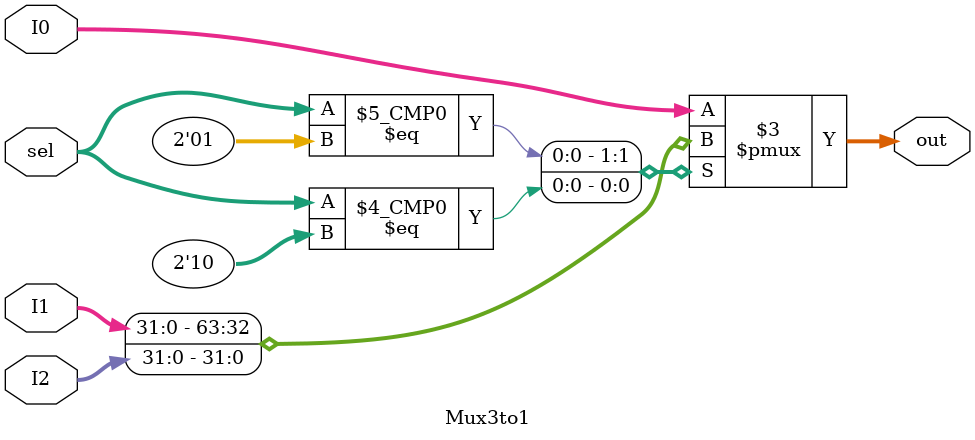
<source format=v>
module Mux3to1 #(parameter W = 32) (
    input [1:0] sel,
    input [W-1:0] I0,I1,I2,
    output reg [W-1:0] out
);

always @(*) begin
    out = I0;
    case(sel)
        2'b00 : out = I0;
        2'b01 : out = I1;
        2'b10 : out = I2;
    endcase
end
endmodule
</source>
